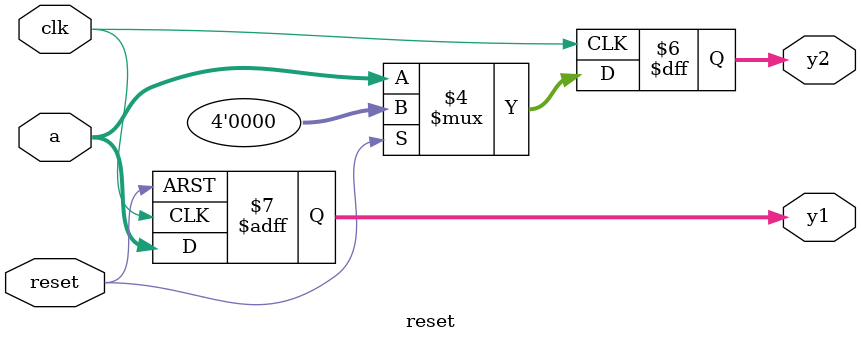
<source format=v>
module reset(input [3:0] a,
                input        clk, reset,
                output  reg [3:0] y1, y2);
    always @ (posedge clk, posedge  reset)
      begin
          if(reset) y1 <= 4'b0;
          else y1 <= a;
      end
    always @ (posedge clk)
      begin
          if (reset) y2 <= 4'b0;
          else y2 <= a;
      end
endmodule // reset

</source>
